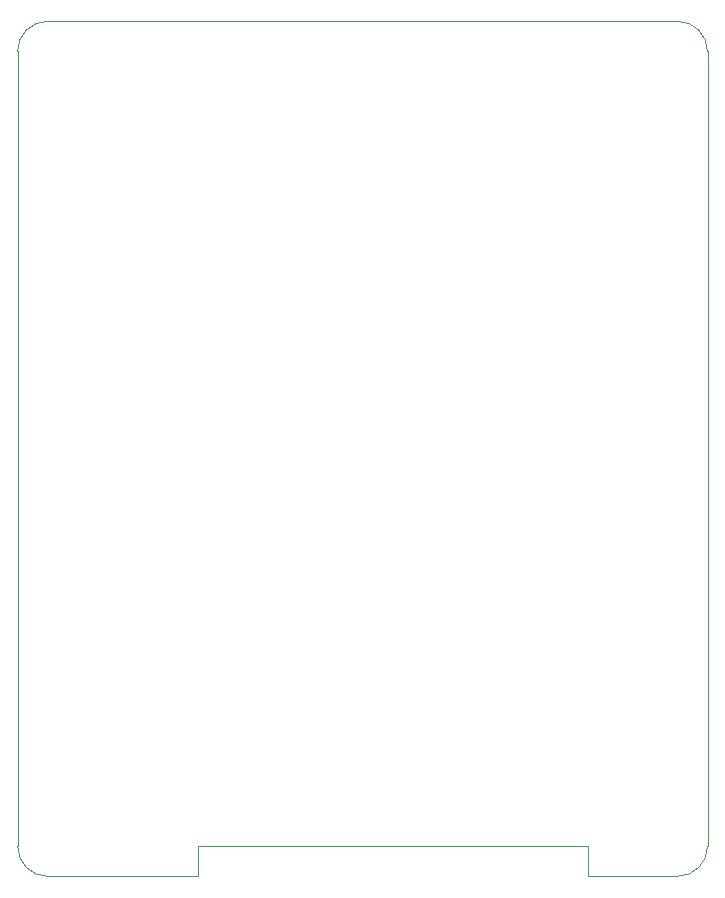
<source format=gbr>
G04 #@! TF.GenerationSoftware,KiCad,Pcbnew,(5.1.5)-3*
G04 #@! TF.CreationDate,2020-02-13T17:55:15+03:00*
G04 #@! TF.ProjectId,TV_led_driver,54565f6c-6564-45f6-9472-697665722e6b,rev?*
G04 #@! TF.SameCoordinates,Original*
G04 #@! TF.FileFunction,Profile,NP*
%FSLAX46Y46*%
G04 Gerber Fmt 4.6, Leading zero omitted, Abs format (unit mm)*
G04 Created by KiCad (PCBNEW (5.1.5)-3) date 2020-02-13 17:55:15*
%MOMM*%
%LPD*%
G04 APERTURE LIST*
%ADD10C,0.050000*%
G04 APERTURE END LIST*
D10*
X111760000Y-49530000D02*
X165100000Y-49530000D01*
X109220000Y-52070000D02*
G75*
G02X111760000Y-49530000I2540000J0D01*
G01*
X109220000Y-119380000D02*
X109220000Y-52070000D01*
X113030000Y-121920000D02*
X111760000Y-121920000D01*
X111760000Y-121920000D02*
G75*
G02X109220000Y-119380000I0J2540000D01*
G01*
X124460000Y-121920000D02*
X113030000Y-121920000D01*
X124460000Y-119380000D02*
X124460000Y-121920000D01*
X142240000Y-119380000D02*
X124460000Y-119380000D01*
X157480000Y-119380000D02*
X142240000Y-119380000D01*
X157480000Y-121920000D02*
X157480000Y-119380000D01*
X165100000Y-121920000D02*
X157480000Y-121920000D01*
X167640000Y-52070000D02*
X167640000Y-119380000D01*
X167640000Y-119380000D02*
G75*
G02X165100000Y-121920000I-2540000J0D01*
G01*
X165100000Y-49530000D02*
G75*
G02X167640000Y-52070000I0J-2540000D01*
G01*
M02*

</source>
